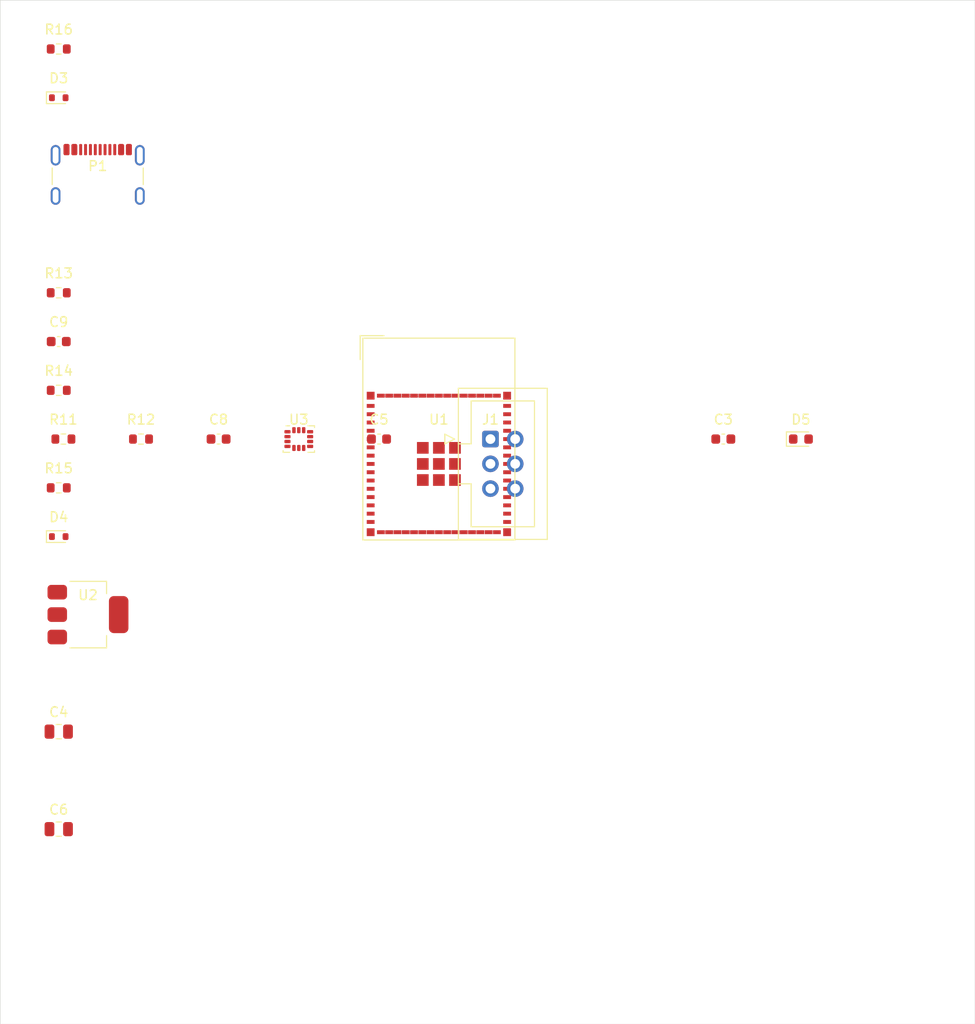
<source format=kicad_pcb>
(kicad_pcb (version 20241229) (generator "pcbnew") (generator_version "9.0")
  (layers (0 "F.Cu" signal) (2 "B.Cu" signal) (13 "F.Paste" user) (15 "B.Paste" user) (5 "F.SilkS" user "F.Silkscreen") (7 "B.SilkS" user "B.Silkscreen") (1 "F.Mask" user) (3 "B.Mask" user) (25 "Edge.Cuts" user))
  (net 0 "")
  (net 1 "5V")
  (net 2 "GND")
  (net 3 "3V3")
  (net 4 "N$1")
  (net 5 "N$4")
  (net 6 "HW_VER")
  (net 7 "N$5")
  (net 8 "SPI_MI")
  (net 9 "SPI_MO")
  (net 10 "SPI_SCK")
  (net 11 "SPI_CS")
  (net 12 "INT1")
  (net 13 "INT2")
  (net 14 "N$2")
  (net 15 "N$3")
  (net 16 "USB_DM")
  (net 17 "USB_DP")
  (net 18 "N$6")
  (net 19 "N$7")
  (net 20 "USB_DM_CONN")
  (net 21 "USB_DP_CONN")
  (footprint "Resistor_SMD:R_0603_1608Metric" (layer "F.Cu") (at 6.479999999999997 45.0)
    (property "Reference" "R11" (at 0 -2 0) (layer "F.SilkS") (effects (font (size 1.0 1.0))))
    (property "Value" "10K")
    (fp_line (start -0.237258 -0.5225) (end 0.237258 -0.5225) (stroke (width 0.12)) (layer "F.SilkS"))
    (fp_line (start -0.237258 0.5225) (end 0.237258 0.5225) (stroke (width 0.12)) (layer "F.SilkS"))
    (pad "1" smd roundrect (at -0.825 0.0) (size 0.8 0.95) (layers "F.Cu" "F.Mask" "F.Paste"))
    (pad "2" smd roundrect (at 0.825 0.0) (size 0.8 0.95) (layers "F.Cu" "F.Mask" "F.Paste"))
  )
  (footprint "Resistor_SMD:R_0603_1608Metric" (layer "F.Cu") (at 14.43999999999999 45.0)
    (property "Reference" "R12" (at 0 -2 0) (layer "F.SilkS") (effects (font (size 1.0 1.0))))
    (property "Value" "10K")
    (fp_line (start -0.237258 -0.5225) (end 0.237258 -0.5225) (stroke (width 0.12)) (layer "F.SilkS"))
    (fp_line (start -0.237258 0.5225) (end 0.237258 0.5225) (stroke (width 0.12)) (layer "F.SilkS"))
    (pad "1" smd roundrect (at -0.825 0.0) (size 0.8 0.95) (layers "F.Cu" "F.Mask" "F.Paste"))
    (pad "2" smd roundrect (at 0.825 0.0) (size 0.8 0.95) (layers "F.Cu" "F.Mask" "F.Paste"))
  )
  (footprint "Capacitor_SMD:C_0603_1608Metric" (layer "F.Cu") (at 22.399999999999984 45.0)
    (property "Reference" "C8" (at 0 -2 0) (layer "F.SilkS") (effects (font (size 1.0 1.0))))
    (property "Value" "100nF")
    (fp_line (start -0.14058 -0.51) (end 0.14058 -0.51) (stroke (width 0.12)) (layer "F.SilkS"))
    (fp_line (start -0.14058 0.51) (end 0.14058 0.51) (stroke (width 0.12)) (layer "F.SilkS"))
    (pad "1" smd roundrect (at -0.775 0.0) (size 0.9 0.95) (layers "F.Cu" "F.Mask" "F.Paste"))
    (pad "2" smd roundrect (at 0.775 0.0) (size 0.9 0.95) (layers "F.Cu" "F.Mask" "F.Paste"))
  )
  (footprint "Package_LGA:LGA-14_3x2.5mm_P0.5mm_LayoutBorder3x4y" (layer "F.Cu") (at 30.62999999999998 45.0)
    (property "Reference" "U3" (at 0 -2 0) (layer "F.SilkS") (effects (font (size 1.0 1.0))))
    (property "Value" "")
    (fp_line (start -1.61 1.36) (end -1.61 1.185) (stroke (width 0.12)) (layer "F.SilkS"))
    (fp_line (start -0.935 -1.36) (end -1.31 -1.36) (stroke (width 0.12)) (layer "F.SilkS"))
    (fp_line (start -0.935 1.36) (end -1.61 1.36) (stroke (width 0.12)) (layer "F.SilkS"))
    (fp_line (start 0.935 -1.36) (end 1.61 -1.36) (stroke (width 0.12)) (layer "F.SilkS"))
    (fp_line (start 0.935 1.36) (end 1.61 1.36) (stroke (width 0.12)) (layer "F.SilkS"))
    (fp_line (start 1.61 -1.36) (end 1.61 -1.185) (stroke (width 0.12)) (layer "F.SilkS"))
    (fp_line (start 1.61 1.36) (end 1.61 1.185) (stroke (width 0.12)) (layer "F.SilkS"))
    (pad "1" smd roundrect (at -1.1625 -0.75) (size 0.625 0.35) (layers "F.Cu" "F.Paste" "F.Mask"))
    (pad "2" smd roundrect (at -1.1625 -0.25) (size 0.625 0.35) (layers "F.Cu" "F.Paste" "F.Mask"))
    (pad "3" smd roundrect (at -1.1625 0.25) (size 0.625 0.35) (layers "F.Cu" "F.Paste" "F.Mask"))
    (pad "4" smd roundrect (at -1.1625 0.75) (size 0.625 0.35) (layers "F.Cu" "F.Paste" "F.Mask"))
    (pad "5" smd roundrect (at -0.5 0.9125) (size 0.35 0.625) (layers "F.Cu" "F.Paste" "F.Mask"))
    (pad "6" smd roundrect (at 0.0 0.9125) (size 0.35 0.625) (layers "F.Cu" "F.Paste" "F.Mask"))
    (pad "7" smd roundrect (at 0.5 0.9125) (size 0.35 0.625) (layers "F.Cu" "F.Paste" "F.Mask"))
    (pad "8" smd roundrect (at 1.1625 0.75) (size 0.625 0.35) (layers "F.Cu" "F.Paste" "F.Mask"))
    (pad "9" smd roundrect (at 1.1625 0.25) (size 0.625 0.35) (layers "F.Cu" "F.Paste" "F.Mask"))
    (pad "10" smd roundrect (at 1.1625 -0.25) (size 0.625 0.35) (layers "F.Cu" "F.Paste" "F.Mask"))
    (pad "11" smd roundrect (at 1.1625 -0.75) (size 0.625 0.35) (layers "F.Cu" "F.Paste" "F.Mask"))
    (pad "12" smd roundrect (at 0.5 -0.9125) (size 0.35 0.625) (layers "F.Cu" "F.Paste" "F.Mask"))
    (pad "13" smd roundrect (at 0.0 -0.9125) (size 0.35 0.625) (layers "F.Cu" "F.Paste" "F.Mask"))
    (pad "14" smd roundrect (at -0.5 -0.9125) (size 0.35 0.625) (layers "F.Cu" "F.Paste" "F.Mask"))
  )
  (footprint "Capacitor_SMD:C_0603_1608Metric" (layer "F.Cu") (at 38.85999999999998 45.0)
    (property "Reference" "C5" (at 0 -2 0) (layer "F.SilkS") (effects (font (size 1.0 1.0))))
    (property "Value" "10uF")
    (fp_line (start -0.14058 -0.51) (end 0.14058 -0.51) (stroke (width 0.12)) (layer "F.SilkS"))
    (fp_line (start -0.14058 0.51) (end 0.14058 0.51) (stroke (width 0.12)) (layer "F.SilkS"))
    (pad "1" smd roundrect (at -0.775 0.0) (size 0.9 0.95) (layers "F.Cu" "F.Mask" "F.Paste"))
    (pad "2" smd roundrect (at 0.775 0.0) (size 0.9 0.95) (layers "F.Cu" "F.Mask" "F.Paste"))
  )
  (footprint "Connector_IDC:IDC-Header_2x03_P2.54mm_Vertical" (layer "F.Cu") (at 50.28999999999998 45.0)
    (property "Reference" "J1" (at 0 -2 0) (layer "F.SilkS") (effects (font (size 1.0 1.0))))
    (property "Value" "")
    (fp_line (start -4.68 -0.5) (end -4.68 0.5) (stroke (width 0.12)) (layer "F.SilkS"))
    (fp_line (start -4.68 0.5) (end -3.68 0.0) (stroke (width 0.12)) (layer "F.SilkS"))
    (fp_line (start -3.68 0.0) (end -4.68 -0.5) (stroke (width 0.12)) (layer "F.SilkS"))
    (fp_line (start -3.29 -5.21) (end 5.83 -5.21) (stroke (width 0.12)) (layer "F.SilkS"))
    (fp_line (start -3.29 0.49) (end -1.98 0.49) (stroke (width 0.12)) (layer "F.SilkS"))
    (fp_line (start -3.29 10.29) (end -3.29 -5.21) (stroke (width 0.12)) (layer "F.SilkS"))
    (fp_line (start -1.98 -3.91) (end 4.52 -3.91) (stroke (width 0.12)) (layer "F.SilkS"))
    (fp_line (start -1.98 0.49) (end -1.98 -3.91) (stroke (width 0.12)) (layer "F.SilkS"))
    (fp_line (start -1.98 4.59) (end -3.29 4.59) (stroke (width 0.12)) (layer "F.SilkS"))
    (fp_line (start -1.98 4.59) (end -1.98 4.59) (stroke (width 0.12)) (layer "F.SilkS"))
    (fp_line (start -1.98 8.99) (end -1.98 4.59) (stroke (width 0.12)) (layer "F.SilkS"))
    (fp_line (start 4.52 -3.91) (end 4.52 8.99) (stroke (width 0.12)) (layer "F.SilkS"))
    (fp_line (start 4.52 8.99) (end -1.98 8.99) (stroke (width 0.12)) (layer "F.SilkS"))
    (fp_line (start 5.83 -5.21) (end 5.83 10.29) (stroke (width 0.12)) (layer "F.SilkS"))
    (fp_line (start 5.83 10.29) (end -3.29 10.29) (stroke (width 0.12)) (layer "F.SilkS"))
    (pad "1" thru_hole roundrect (size 1.7 1.7) (layers "*.Cu" "*.Mask") (drill 1.0) (roundrect_rratio 0.147059))
    (pad "2" thru_hole circle (at 2.54 0.0) (size 1.7 1.7) (layers "*.Cu" "*.Mask") (drill 1.0))
    (pad "3" thru_hole circle (at 0.0 2.54) (size 1.7 1.7) (layers "*.Cu" "*.Mask") (drill 1.0))
    (pad "4" thru_hole circle (at 2.54 2.54) (size 1.7 1.7) (layers "*.Cu" "*.Mask") (drill 1.0))
    (pad "5" thru_hole circle (at 0.0 5.08) (size 1.7 1.7) (layers "*.Cu" "*.Mask") (drill 1.0))
    (pad "6" thru_hole circle (at 2.54 5.08) (size 1.7 1.7) (layers "*.Cu" "*.Mask") (drill 1.0))
  )
  (footprint "RF_Module:ESP32-S2-MINI-1" (layer "F.Cu") (at 45.0 45.0)
    (property "Reference" "U1" (at 0 -2 0) (layer "F.SilkS") (effects (font (size 1.0 1.0))))
    (property "Value" "")
    (fp_line (start -8.075 -10.6) (end -8.075 -8.15) (stroke (width 0.12)) (layer "F.SilkS"))
    (fp_line (start -8.075 -10.6) (end -5.625 -10.6) (stroke (width 0.12)) (layer "F.SilkS"))
    (fp_line (start -7.8 -10.35) (end 7.8 -10.35) (stroke (width 0.12)) (layer "F.SilkS"))
    (fp_line (start -7.8 10.35) (end -7.8 -10.35) (stroke (width 0.12)) (layer "F.SilkS"))
    (fp_line (start 7.8 -10.35) (end 7.8 10.35) (stroke (width 0.12)) (layer "F.SilkS"))
    (fp_line (start 7.8 10.35) (end -7.8 10.35) (stroke (width 0.12)) (layer "F.SilkS"))
    (pad "1" smd rect (at -7.0 -3.4) (size 0.8 0.4) (layers "F.Cu" "F.Mask" "F.Paste"))
    (pad "2" smd rect (at -7.0 -2.55) (size 0.8 0.4) (layers "F.Cu" "F.Mask" "F.Paste"))
    (pad "3" smd rect (at -7.0 -1.7) (size 0.8 0.4) (layers "F.Cu" "F.Mask" "F.Paste"))
    (pad "4" smd rect (at -7.0 -0.85) (size 0.8 0.4) (layers "F.Cu" "F.Mask" "F.Paste"))
    (pad "5" smd rect (at -7.0 0.0) (size 0.8 0.4) (layers "F.Cu" "F.Mask" "F.Paste"))
    (pad "6" smd rect (at -7.0 0.85) (size 0.8 0.4) (layers "F.Cu" "F.Mask" "F.Paste"))
    (pad "7" smd rect (at -7.0 1.7) (size 0.8 0.4) (layers "F.Cu" "F.Mask" "F.Paste"))
    (pad "8" smd rect (at -7.0 2.55) (size 0.8 0.4) (layers "F.Cu" "F.Mask" "F.Paste"))
    (pad "9" smd rect (at -7.0 3.4) (size 0.8 0.4) (layers "F.Cu" "F.Mask" "F.Paste"))
    (pad "10" smd rect (at -7.0 4.25) (size 0.8 0.4) (layers "F.Cu" "F.Mask" "F.Paste"))
    (pad "11" smd rect (at -7.0 5.1) (size 0.8 0.4) (layers "F.Cu" "F.Mask" "F.Paste"))
    (pad "12" smd rect (at -7.0 5.95) (size 0.8 0.4) (layers "F.Cu" "F.Mask" "F.Paste"))
    (pad "13" smd rect (at -7.0 6.8) (size 0.8 0.4) (layers "F.Cu" "F.Mask" "F.Paste"))
    (pad "14" smd rect (at -7.0 7.65) (size 0.8 0.4) (layers "F.Cu" "F.Mask" "F.Paste"))
    (pad "15" smd rect (at -7.0 8.5) (size 0.8 0.4) (layers "F.Cu" "F.Mask" "F.Paste"))
    (pad "16" smd rect (at -5.95 9.55) (size 0.8 0.4) (layers "F.Cu" "F.Mask" "F.Paste"))
    (pad "17" smd rect (at -5.1 9.55) (size 0.8 0.4) (layers "F.Cu" "F.Mask" "F.Paste"))
    (pad "18" smd rect (at -4.25 9.55) (size 0.8 0.4) (layers "F.Cu" "F.Mask" "F.Paste"))
    (pad "19" smd rect (at -3.4 9.55) (size 0.8 0.4) (layers "F.Cu" "F.Mask" "F.Paste"))
    (pad "20" smd rect (at -2.55 9.55) (size 0.8 0.4) (layers "F.Cu" "F.Mask" "F.Paste"))
    (pad "21" smd rect (at -1.7 9.55) (size 0.8 0.4) (layers "F.Cu" "F.Mask" "F.Paste"))
    (pad "22" smd rect (at -0.85 9.55) (size 0.8 0.4) (layers "F.Cu" "F.Mask" "F.Paste"))
    (pad "23" smd rect (at 0.0 9.55) (size 0.8 0.4) (layers "F.Cu" "F.Mask" "F.Paste"))
    (pad "24" smd rect (at 0.85 9.55) (size 0.8 0.4) (layers "F.Cu" "F.Mask" "F.Paste"))
    (pad "25" smd rect (at 1.7 9.55) (size 0.8 0.4) (layers "F.Cu" "F.Mask" "F.Paste"))
    (pad "26" smd rect (at 2.55 9.55) (size 0.8 0.4) (layers "F.Cu" "F.Mask" "F.Paste"))
    (pad "27" smd rect (at 3.4 9.55) (size 0.8 0.4) (layers "F.Cu" "F.Mask" "F.Paste"))
    (pad "28" smd rect (at 4.25 9.55) (size 0.8 0.4) (layers "F.Cu" "F.Mask" "F.Paste"))
    (pad "29" smd rect (at 5.1 9.55) (size 0.8 0.4) (layers "F.Cu" "F.Mask" "F.Paste"))
    (pad "30" smd rect (at 5.95 9.55) (size 0.8 0.4) (layers "F.Cu" "F.Mask" "F.Paste"))
    (pad "31" smd rect (at 7.0 8.5) (size 0.8 0.4) (layers "F.Cu" "F.Mask" "F.Paste"))
    (pad "32" smd rect (at 7.0 7.65) (size 0.8 0.4) (layers "F.Cu" "F.Mask" "F.Paste"))
    (pad "33" smd rect (at 7.0 6.8) (size 0.8 0.4) (layers "F.Cu" "F.Mask" "F.Paste"))
    (pad "34" smd rect (at 7.0 5.95) (size 0.8 0.4) (layers "F.Cu" "F.Mask" "F.Paste"))
    (pad "35" smd rect (at 7.0 5.1) (size 0.8 0.4) (layers "F.Cu" "F.Mask" "F.Paste"))
    (pad "36" smd rect (at 7.0 4.25) (size 0.8 0.4) (layers "F.Cu" "F.Mask" "F.Paste"))
    (pad "37" smd rect (at 7.0 3.4) (size 0.8 0.4) (layers "F.Cu" "F.Mask" "F.Paste"))
    (pad "38" smd rect (at 7.0 2.55) (size 0.8 0.4) (layers "F.Cu" "F.Mask" "F.Paste"))
    (pad "39" smd rect (at 7.0 1.7) (size 0.8 0.4) (layers "F.Cu" "F.Mask" "F.Paste"))
    (pad "40" smd rect (at 7.0 0.85) (size 0.8 0.4) (layers "F.Cu" "F.Mask" "F.Paste"))
    (pad "41" smd rect (at 7.0 0.0) (size 0.8 0.4) (layers "F.Cu" "F.Mask" "F.Paste"))
    (pad "42" smd rect (at 7.0 -0.85) (size 0.8 0.4) (layers "F.Cu" "F.Mask" "F.Paste"))
    (pad "43" smd rect (at 7.0 -1.7) (size 0.8 0.4) (layers "F.Cu" "F.Mask" "F.Paste"))
    (pad "44" smd rect (at 7.0 -2.55) (size 0.8 0.4) (layers "F.Cu" "F.Mask" "F.Paste"))
    (pad "45" smd rect (at 7.0 -3.4) (size 0.8 0.4) (layers "F.Cu" "F.Mask" "F.Paste"))
    (pad "46" smd rect (at 5.95 -4.45) (size 0.8 0.4) (layers "F.Cu" "F.Mask" "F.Paste"))
    (pad "47" smd rect (at 5.1 -4.45) (size 0.8 0.4) (layers "F.Cu" "F.Mask" "F.Paste"))
    (pad "48" smd rect (at 4.25 -4.45) (size 0.8 0.4) (layers "F.Cu" "F.Mask" "F.Paste"))
    (pad "49" smd rect (at 3.4 -4.45) (size 0.8 0.4) (layers "F.Cu" "F.Mask" "F.Paste"))
    (pad "50" smd rect (at 2.55 -4.45) (size 0.8 0.4) (layers "F.Cu" "F.Mask" "F.Paste"))
    (pad "51" smd rect (at 1.7 -4.45) (size 0.8 0.4) (layers "F.Cu" "F.Mask" "F.Paste"))
    (pad "52" smd rect (at 0.85 -4.45) (size 0.8 0.4) (layers "F.Cu" "F.Mask" "F.Paste"))
    (pad "53" smd rect (at 0.0 -4.45) (size 0.8 0.4) (layers "F.Cu" "F.Mask" "F.Paste"))
    (pad "54" smd rect (at -0.85 -4.45) (size 0.8 0.4) (layers "F.Cu" "F.Mask" "F.Paste"))
    (pad "55" smd rect (at -1.7 -4.45) (size 0.8 0.4) (layers "F.Cu" "F.Mask" "F.Paste"))
    (pad "56" smd rect (at -2.55 -4.45) (size 0.8 0.4) (layers "F.Cu" "F.Mask" "F.Paste"))
    (pad "57" smd rect (at -3.4 -4.45) (size 0.8 0.4) (layers "F.Cu" "F.Mask" "F.Paste"))
    (pad "58" smd rect (at -4.25 -4.45) (size 0.8 0.4) (layers "F.Cu" "F.Mask" "F.Paste"))
    (pad "59" smd rect (at -5.1 -4.45) (size 0.8 0.4) (layers "F.Cu" "F.Mask" "F.Paste"))
    (pad "60" smd rect (at -5.95 -4.45) (size 0.8 0.4) (layers "F.Cu" "F.Mask" "F.Paste"))
    (pad "61" smd roundrect (at -1.65 0.9) (size 1.2 1.2) (layers "F.Cu" "F.Mask" "F.Paste") (roundrect_rratio 0.0) (property pad_prop_heatsink))
    (pad "61" smd rect (at -1.65 2.55) (size 1.2 1.2) (layers "F.Cu" "F.Mask" "F.Paste") (property pad_prop_heatsink))
    (pad "61" smd rect (at -1.65 4.2) (size 1.2 1.2) (layers "F.Cu" "F.Mask" "F.Paste") (property pad_prop_heatsink))
    (pad "61" smd rect (at 0.0 0.9) (size 1.2 1.2) (layers "F.Cu" "F.Mask" "F.Paste") (property pad_prop_heatsink))
    (pad "61" smd rect (at 0.0 2.55) (size 1.2 1.2) (layers "F.Cu" "F.Mask" "F.Paste") (property pad_prop_heatsink))
    (pad "61" smd rect (at 0.0 4.2) (size 1.2 1.2) (layers "F.Cu" "F.Mask" "F.Paste") (property pad_prop_heatsink))
    (pad "61" smd rect (at 1.65 0.9) (size 1.2 1.2) (layers "F.Cu" "F.Mask" "F.Paste") (property pad_prop_heatsink))
    (pad "61" smd rect (at 1.65 2.55) (size 1.2 1.2) (layers "F.Cu" "F.Mask" "F.Paste") (property pad_prop_heatsink))
    (pad "61" smd rect (at 1.65 4.2) (size 1.2 1.2) (layers "F.Cu" "F.Mask" "F.Paste") (property pad_prop_heatsink))
    (pad "62" smd rect (at -7.0 -4.45) (size 0.8 0.8) (layers "F.Cu" "F.Mask" "F.Paste"))
    (pad "63" smd rect (at -7.0 9.55) (size 0.8 0.8) (layers "F.Cu" "F.Mask" "F.Paste"))
    (pad "64" smd rect (at 7.0 9.55) (size 0.8 0.8) (layers "F.Cu" "F.Mask" "F.Paste"))
    (pad "65" smd rect (at 7.0 -4.45) (size 0.8 0.8) (layers "F.Cu" "F.Mask" "F.Paste"))
  )
  (footprint "Capacitor_SMD:C_0603_1608Metric" (layer "F.Cu") (at 74.18 45.0)
    (property "Reference" "C3" (at 0 -2 0) (layer "F.SilkS") (effects (font (size 1.0 1.0))))
    (property "Value" "10uF")
    (fp_line (start -0.14058 -0.51) (end 0.14058 -0.51) (stroke (width 0.12)) (layer "F.SilkS"))
    (fp_line (start -0.14058 0.51) (end 0.14058 0.51) (stroke (width 0.12)) (layer "F.SilkS"))
    (pad "1" smd roundrect (at -0.775 0.0) (size 0.9 0.95) (layers "F.Cu" "F.Mask" "F.Paste"))
    (pad "2" smd roundrect (at 0.775 0.0) (size 0.9 0.95) (layers "F.Cu" "F.Mask" "F.Paste"))
  )
  (footprint "LED_SMD:LED_0603_1608Metric" (layer "F.Cu") (at 82.13999999999999 45.0)
    (property "Reference" "D5" (at 0 -2 0) (layer "F.SilkS") (effects (font (size 1.0 1.0))))
    (property "Value" "LED")
    (fp_line (start -1.485 -0.735) (end -1.485 0.735) (stroke (width 0.12)) (layer "F.SilkS"))
    (fp_line (start -1.485 0.735) (end 0.8 0.735) (stroke (width 0.12)) (layer "F.SilkS"))
    (fp_line (start 0.8 -0.735) (end -1.485 -0.735) (stroke (width 0.12)) (layer "F.SilkS"))
    (pad "1" smd roundrect (at -0.7875 0.0) (size 0.875 0.95) (layers "F.Cu" "F.Mask" "F.Paste"))
    (pad "2" smd roundrect (at 0.7875 0.0) (size 0.875 0.95) (layers "F.Cu" "F.Mask" "F.Paste"))
  )
  (footprint "Resistor_SMD:R_0603_1608Metric" (layer "F.Cu") (at 6.0 5.0)
    (property "Reference" "R16" (at 0 -2 0) (layer "F.SilkS") (effects (font (size 1.0 1.0))))
    (property "Value" "330")
    (fp_line (start -0.237258 -0.5225) (end 0.237258 -0.5225) (stroke (width 0.12)) (layer "F.SilkS"))
    (fp_line (start -0.237258 0.5225) (end 0.237258 0.5225) (stroke (width 0.12)) (layer "F.SilkS"))
    (pad "1" smd roundrect (at -0.825 0.0) (size 0.8 0.95) (layers "F.Cu" "F.Mask" "F.Paste"))
    (pad "2" smd roundrect (at 0.825 0.0) (size 0.8 0.95) (layers "F.Cu" "F.Mask" "F.Paste"))
  )
  (footprint "Connector_USB:USB_C_Receptacle_GCT_USB4105-xx-A_16P_TopMnt_Horizontal" (layer "F.Cu") (at 10.0 19.0)
    (property "Reference" "P1" (at 0 -2 0) (layer "F.SilkS") (effects (font (size 1.0 1.0))))
    (property "Value" "")
    (fp_line (start -4.67 -0.1) (end -4.67 -1.8) (stroke (width 0.12)) (layer "F.SilkS"))
    (fp_line (start 4.67 -0.1) (end 4.67 -1.8) (stroke (width 0.12)) (layer "F.SilkS"))
    (pad "" np_thru_hole circle (at -2.89 -2.605) (size 0.65 0.65) (layers "F&B.Cu" "*.Mask") (drill 0.65))
    (pad "" np_thru_hole circle (at 2.89 -2.605) (size 0.65 0.65) (layers "F&B.Cu" "*.Mask") (drill 0.65))
    (pad "A1" smd roundrect (at -3.2 -3.68) (size 0.6 1.15) (layers "F.Cu" "F.Mask" "F.Paste"))
    (pad "A4" smd roundrect (at -2.4 -3.68) (size 0.6 1.15) (layers "F.Cu" "F.Mask" "F.Paste"))
    (pad "A5" smd roundrect (at -1.25 -3.68) (size 0.3 1.15) (layers "F.Cu" "F.Mask" "F.Paste"))
    (pad "A6" smd roundrect (at -0.25 -3.68) (size 0.3 1.15) (layers "F.Cu" "F.Mask" "F.Paste"))
    (pad "A7" smd roundrect (at 0.25 -3.68) (size 0.3 1.15) (layers "F.Cu" "F.Mask" "F.Paste"))
    (pad "A8" smd roundrect (at 1.25 -3.68) (size 0.3 1.15) (layers "F.Cu" "F.Mask" "F.Paste"))
    (pad "A9" smd roundrect (at 2.4 -3.68) (size 0.6 1.15) (layers "F.Cu" "F.Mask" "F.Paste"))
    (pad "A12" smd roundrect (at 3.2 -3.68) (size 0.6 1.15) (layers "F.Cu" "F.Mask" "F.Paste"))
    (pad "B1" smd roundrect (at 3.2 -3.68) (size 0.6 1.15) (layers "F.Cu" "F.Mask" "F.Paste"))
    (pad "B4" smd roundrect (at 2.4 -3.68) (size 0.6 1.15) (layers "F.Cu" "F.Mask" "F.Paste"))
    (pad "B5" smd roundrect (at 1.75 -3.68) (size 0.3 1.15) (layers "F.Cu" "F.Mask" "F.Paste"))
    (pad "B6" smd roundrect (at 0.75 -3.68) (size 0.3 1.15) (layers "F.Cu" "F.Mask" "F.Paste"))
    (pad "B7" smd roundrect (at -0.75 -3.68) (size 0.3 1.15) (layers "F.Cu" "F.Mask" "F.Paste"))
    (pad "B8" smd roundrect (at -1.75 -3.68) (size 0.3 1.15) (layers "F.Cu" "F.Mask" "F.Paste"))
    (pad "B9" smd roundrect (at -2.4 -3.68) (size 0.6 1.15) (layers "F.Cu" "F.Mask" "F.Paste"))
    (pad "B12" smd roundrect (at -3.2 -3.68) (size 0.6 1.15) (layers "F.Cu" "F.Mask" "F.Paste"))
    (pad "S1" thru_hole oval (at -4.32 -3.105) (size 1.0 2.1) (layers "*.Cu" "*.Mask" "F.Paste") (drill oval 0.6 1.7) (property pad_prop_heatsink))
    (pad "S1" thru_hole oval (at -4.32 1.075) (size 1.0 1.8) (layers "*.Cu" "*.Mask" "F.Paste") (drill oval 0.6 1.4) (property pad_prop_heatsink))
    (pad "S1" thru_hole oval (at 4.32 -3.105) (size 1.0 2.1) (layers "*.Cu" "*.Mask" "F.Paste") (drill oval 0.6 1.7) (property pad_prop_heatsink))
    (pad "S1" thru_hole oval (at 4.32 1.075) (size 1.0 1.8) (layers "*.Cu" "*.Mask" "F.Paste") (drill oval 0.6 1.4) (property pad_prop_heatsink))
  )
  (footprint "Resistor_SMD:R_0603_1608Metric" (layer "F.Cu") (at 6.0 30.0)
    (property "Reference" "R13" (at 0 -2 0) (layer "F.SilkS") (effects (font (size 1.0 1.0))))
    (property "Value" "5.1K")
    (fp_line (start -0.237258 -0.5225) (end 0.237258 -0.5225) (stroke (width 0.12)) (layer "F.SilkS"))
    (fp_line (start -0.237258 0.5225) (end 0.237258 0.5225) (stroke (width 0.12)) (layer "F.SilkS"))
    (pad "1" smd roundrect (at -0.825 0.0) (size 0.8 0.95) (layers "F.Cu" "F.Mask" "F.Paste"))
    (pad "2" smd roundrect (at 0.825 0.0) (size 0.8 0.95) (layers "F.Cu" "F.Mask" "F.Paste"))
  )
  (footprint "Capacitor_SMD:C_0603_1608Metric" (layer "F.Cu") (at 6.0 35.0)
    (property "Reference" "C9" (at 0 -2 0) (layer "F.SilkS") (effects (font (size 1.0 1.0))))
    (property "Value" "10uF")
    (fp_line (start -0.14058 -0.51) (end 0.14058 -0.51) (stroke (width 0.12)) (layer "F.SilkS"))
    (fp_line (start -0.14058 0.51) (end 0.14058 0.51) (stroke (width 0.12)) (layer "F.SilkS"))
    (pad "1" smd roundrect (at -0.775 0.0) (size 0.9 0.95) (layers "F.Cu" "F.Mask" "F.Paste"))
    (pad "2" smd roundrect (at 0.775 0.0) (size 0.9 0.95) (layers "F.Cu" "F.Mask" "F.Paste"))
  )
  (footprint "Resistor_SMD:R_0603_1608Metric" (layer "F.Cu") (at 6.0 40.0)
    (property "Reference" "R14" (at 0 -2 0) (layer "F.SilkS") (effects (font (size 1.0 1.0))))
    (property "Value" "22r")
    (fp_line (start -0.237258 -0.5225) (end 0.237258 -0.5225) (stroke (width 0.12)) (layer "F.SilkS"))
    (fp_line (start -0.237258 0.5225) (end 0.237258 0.5225) (stroke (width 0.12)) (layer "F.SilkS"))
    (pad "1" smd roundrect (at -0.825 0.0) (size 0.8 0.95) (layers "F.Cu" "F.Mask" "F.Paste"))
    (pad "2" smd roundrect (at 0.825 0.0) (size 0.8 0.95) (layers "F.Cu" "F.Mask" "F.Paste"))
  )
  (footprint "Diode_SMD:D_SOD-523" (layer "F.Cu") (at 6.0 10.0)
    (property "Reference" "D3" (at 0 -2 0) (layer "F.SilkS") (effects (font (size 1.0 1.0))))
    (property "Value" "")
    (fp_line (start -1.26 -0.6) (end -1.26 0.6) (stroke (width 0.12)) (layer "F.SilkS"))
    (fp_line (start 0.7 -0.6) (end -1.26 -0.6) (stroke (width 0.12)) (layer "F.SilkS"))
    (fp_line (start 0.7 0.6) (end -1.26 0.6) (stroke (width 0.12)) (layer "F.SilkS"))
    (pad "1" smd roundrect (at -0.7 0.0) (size 0.6 0.7) (layers "F.Cu" "F.Mask" "F.Paste"))
    (pad "2" smd roundrect (at 0.7 0.0) (size 0.6 0.7) (layers "F.Cu" "F.Mask" "F.Paste"))
  )
  (footprint "Resistor_SMD:R_0603_1608Metric" (layer "F.Cu") (at 6.0 50.0)
    (property "Reference" "R15" (at 0 -2 0) (layer "F.SilkS") (effects (font (size 1.0 1.0))))
    (property "Value" "22r")
    (fp_line (start -0.237258 -0.5225) (end 0.237258 -0.5225) (stroke (width 0.12)) (layer "F.SilkS"))
    (fp_line (start -0.237258 0.5225) (end 0.237258 0.5225) (stroke (width 0.12)) (layer "F.SilkS"))
    (pad "1" smd roundrect (at -0.825 0.0) (size 0.8 0.95) (layers "F.Cu" "F.Mask" "F.Paste"))
    (pad "2" smd roundrect (at 0.825 0.0) (size 0.8 0.95) (layers "F.Cu" "F.Mask" "F.Paste"))
  )
  (footprint "Diode_SMD:D_SOD-523" (layer "F.Cu") (at 6.0 55.0)
    (property "Reference" "D4" (at 0 -2 0) (layer "F.SilkS") (effects (font (size 1.0 1.0))))
    (property "Value" "")
    (fp_line (start -1.26 -0.6) (end -1.26 0.6) (stroke (width 0.12)) (layer "F.SilkS"))
    (fp_line (start 0.7 -0.6) (end -1.26 -0.6) (stroke (width 0.12)) (layer "F.SilkS"))
    (fp_line (start 0.7 0.6) (end -1.26 0.6) (stroke (width 0.12)) (layer "F.SilkS"))
    (pad "1" smd roundrect (at -0.7 0.0) (size 0.6 0.7) (layers "F.Cu" "F.Mask" "F.Paste"))
    (pad "2" smd roundrect (at 0.7 0.0) (size 0.6 0.7) (layers "F.Cu" "F.Mask" "F.Paste"))
  )
  (footprint "Package_TO_SOT_SMD:SOT-223-3_TabPin2" (layer "F.Cu") (at 9.0 63.0)
    (property "Reference" "U2" (at 0 -2 0) (layer "F.SilkS") (effects (font (size 1.0 1.0))))
    (property "Value" "")
    (fp_line (start -1.85 -3.41) (end 1.91 -3.41) (stroke (width 0.12)) (layer "F.SilkS"))
    (fp_line (start -1.85 3.41) (end 1.91 3.41) (stroke (width 0.12)) (layer "F.SilkS"))
    (fp_line (start 1.91 -3.41) (end 1.91 -2.15) (stroke (width 0.12)) (layer "F.SilkS"))
    (fp_line (start 1.91 3.41) (end 1.91 2.15) (stroke (width 0.12)) (layer "F.SilkS"))
    (pad "1" smd roundrect (at -3.15 -2.3) (size 2.0 1.5) (layers "F.Cu" "F.Mask" "F.Paste"))
    (pad "2" smd roundrect (at -3.15 0.0) (size 2.0 1.5) (layers "F.Cu" "F.Mask" "F.Paste"))
    (pad "2" smd roundrect (at 3.15 0.0) (size 2.0 3.8) (layers "F.Cu" "F.Mask" "F.Paste"))
    (pad "3" smd roundrect (at -3.15 2.3) (size 2.0 1.5) (layers "F.Cu" "F.Mask" "F.Paste"))
  )
  (footprint "Capacitor_SMD:C_0805_2012Metric" (layer "F.Cu") (at 6.0 75.0)
    (property "Reference" "C4" (at 0 -2 0) (layer "F.SilkS") (effects (font (size 1.0 1.0))))
    (property "Value" "10uF")
    (fp_line (start -0.261252 -0.735) (end 0.261252 -0.735) (stroke (width 0.12)) (layer "F.SilkS"))
    (fp_line (start -0.261252 0.735) (end 0.261252 0.735) (stroke (width 0.12)) (layer "F.SilkS"))
    (pad "1" smd roundrect (at -0.95 0.0) (size 1.0 1.45) (layers "F.Cu" "F.Mask" "F.Paste"))
    (pad "2" smd roundrect (at 0.95 0.0) (size 1.0 1.45) (layers "F.Cu" "F.Mask" "F.Paste"))
  )
  (footprint "Capacitor_SMD:C_0805_2012Metric" (layer "F.Cu") (at 6.0 85.0)
    (property "Reference" "C6" (at 0 -2 0) (layer "F.SilkS") (effects (font (size 1.0 1.0))))
    (property "Value" "10uF")
    (fp_line (start -0.261252 -0.735) (end 0.261252 -0.735) (stroke (width 0.12)) (layer "F.SilkS"))
    (fp_line (start -0.261252 0.735) (end 0.261252 0.735) (stroke (width 0.12)) (layer "F.SilkS"))
    (pad "1" smd roundrect (at -0.95 0.0) (size 1.0 1.45) (layers "F.Cu" "F.Mask" "F.Paste"))
    (pad "2" smd roundrect (at 0.95 0.0) (size 1.0 1.45) (layers "F.Cu" "F.Mask" "F.Paste"))
  )
  (gr_rect (start 0 0) (end 100.0 105.0) (stroke (width 0.05)) (fill no) (layer "Edge.Cuts"))
)
</source>
